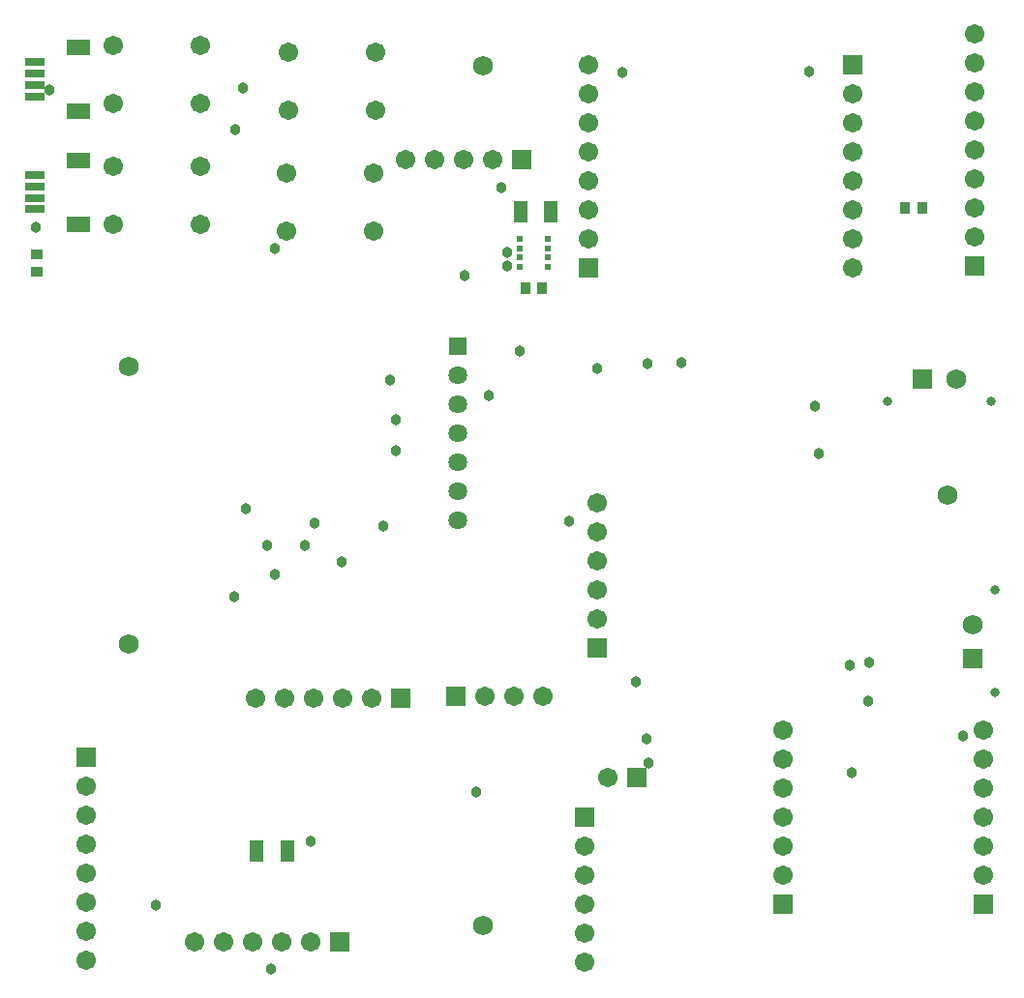
<source format=gbs>
G04*
G04 #@! TF.GenerationSoftware,Altium Limited,Altium Designer,22.2.1 (43)*
G04*
G04 Layer_Color=16711935*
%FSLAX25Y25*%
%MOIN*%
G70*
G04*
G04 #@! TF.SameCoordinates,BF82E168-2CF8-4A2D-AB3A-859FEF8C30B5*
G04*
G04*
G04 #@! TF.FilePolarity,Negative*
G04*
G01*
G75*
%ADD34R,0.03556X0.04343*%
%ADD40R,0.04343X0.03556*%
%ADD42R,0.05131X0.07493*%
%ADD43C,0.06706*%
%ADD44R,0.06706X0.06706*%
%ADD45R,0.06706X0.06706*%
%ADD46C,0.03300*%
%ADD47C,0.06824*%
%ADD48R,0.06824X0.06824*%
%ADD49C,0.06410*%
%ADD50R,0.06410X0.06410*%
%ADD51C,0.06800*%
%ADD52R,0.06824X0.06824*%
%ADD53C,0.03800*%
%ADD73R,0.07887X0.05524*%
%ADD74R,0.06902X0.03162*%
%ADD75R,0.02375X0.02375*%
D34*
X311305Y-72700D02*
D03*
X305400D02*
D03*
X174600Y-100300D02*
D03*
X180506D02*
D03*
D40*
X6500Y-88747D02*
D03*
Y-94653D02*
D03*
D42*
X172885Y-74000D02*
D03*
X183515D02*
D03*
X92800Y-294500D02*
D03*
X82170D02*
D03*
D43*
X287200Y-93500D02*
D03*
Y-83500D02*
D03*
Y-73500D02*
D03*
Y-63500D02*
D03*
Y-53500D02*
D03*
Y-43500D02*
D03*
Y-33500D02*
D03*
X332500Y-252770D02*
D03*
Y-262770D02*
D03*
Y-272770D02*
D03*
Y-282770D02*
D03*
Y-302770D02*
D03*
Y-292770D02*
D03*
X163400Y-56100D02*
D03*
X153400D02*
D03*
X143400D02*
D03*
X133400D02*
D03*
X199300Y-174500D02*
D03*
Y-184500D02*
D03*
Y-194500D02*
D03*
Y-204500D02*
D03*
Y-214500D02*
D03*
X92900Y-39148D02*
D03*
X122900D02*
D03*
X92900Y-19148D02*
D03*
X122900D02*
D03*
X329300Y-72700D02*
D03*
Y-62700D02*
D03*
Y-52700D02*
D03*
Y-42700D02*
D03*
Y-32700D02*
D03*
Y-22700D02*
D03*
Y-12700D02*
D03*
Y-82700D02*
D03*
X196400Y-83500D02*
D03*
Y-73500D02*
D03*
Y-63500D02*
D03*
Y-53500D02*
D03*
Y-43500D02*
D03*
Y-33500D02*
D03*
Y-23500D02*
D03*
X23500Y-272200D02*
D03*
Y-282200D02*
D03*
Y-292200D02*
D03*
Y-302200D02*
D03*
Y-312200D02*
D03*
Y-322200D02*
D03*
Y-332200D02*
D03*
X263300Y-252770D02*
D03*
Y-262770D02*
D03*
Y-272770D02*
D03*
Y-282770D02*
D03*
Y-302770D02*
D03*
Y-292770D02*
D03*
X100800Y-325800D02*
D03*
X90800D02*
D03*
X80800D02*
D03*
X70800D02*
D03*
X60800D02*
D03*
X121600Y-241700D02*
D03*
X111600D02*
D03*
X101600D02*
D03*
X91600D02*
D03*
X81600D02*
D03*
X195100Y-292700D02*
D03*
Y-302700D02*
D03*
Y-312700D02*
D03*
Y-322700D02*
D03*
Y-332700D02*
D03*
X180600Y-241200D02*
D03*
X170600D02*
D03*
X160600D02*
D03*
X203100Y-269000D02*
D03*
X32698Y-36858D02*
D03*
X62698D02*
D03*
X32698Y-16858D02*
D03*
X62698D02*
D03*
X122500Y-60700D02*
D03*
X92500D02*
D03*
X122500Y-80700D02*
D03*
X92500D02*
D03*
X32600Y-78410D02*
D03*
X62600D02*
D03*
X32600Y-58410D02*
D03*
X62600D02*
D03*
D44*
X287200Y-23500D02*
D03*
X332500Y-312770D02*
D03*
X199300Y-224500D02*
D03*
X329300Y-92700D02*
D03*
X196400Y-93500D02*
D03*
X23500Y-262200D02*
D03*
X263300Y-312770D02*
D03*
X195100Y-282700D02*
D03*
D45*
X173400Y-56100D02*
D03*
X110800Y-325800D02*
D03*
X131600Y-241700D02*
D03*
X150600Y-241200D02*
D03*
X213100Y-269000D02*
D03*
D46*
X334911Y-139316D02*
D03*
X299478D02*
D03*
X336316Y-204478D02*
D03*
Y-239911D02*
D03*
D47*
X323100Y-131600D02*
D03*
X328600Y-216289D02*
D03*
D48*
X311289Y-131600D02*
D03*
D49*
X151500Y-180467D02*
D03*
Y-170467D02*
D03*
Y-160467D02*
D03*
Y-150467D02*
D03*
Y-140467D02*
D03*
Y-130467D02*
D03*
D50*
Y-120467D02*
D03*
D51*
X38100Y-223000D02*
D03*
X160000Y-320000D02*
D03*
Y-23700D02*
D03*
X319900Y-171800D02*
D03*
X38100Y-127400D02*
D03*
D52*
X328600Y-228100D02*
D03*
D53*
X216400Y-255800D02*
D03*
X217150Y-264257D02*
D03*
X216592Y-126406D02*
D03*
X199250Y-128200D02*
D03*
X292812Y-242912D02*
D03*
X293057Y-229566D02*
D03*
X286200Y-230400D02*
D03*
X274243Y-140943D02*
D03*
X172618Y-122018D02*
D03*
X10650Y-31960D02*
D03*
X125600Y-182500D02*
D03*
X168300Y-88100D02*
D03*
X168500Y-92800D02*
D03*
X153700Y-96100D02*
D03*
X166300Y-65600D02*
D03*
X77300Y-31400D02*
D03*
X286900Y-267300D02*
D03*
X6000Y-79300D02*
D03*
X189600Y-180800D02*
D03*
X128000Y-132200D02*
D03*
X98600Y-189200D02*
D03*
X85846D02*
D03*
X111300Y-194900D02*
D03*
X212700Y-236100D02*
D03*
X157700Y-274000D02*
D03*
X74200Y-206800D02*
D03*
X101900Y-181400D02*
D03*
X88400Y-199000D02*
D03*
X228300Y-126100D02*
D03*
X325300Y-254700D02*
D03*
X275600Y-157300D02*
D03*
X272200Y-25800D02*
D03*
X208100Y-26200D02*
D03*
X162000Y-137500D02*
D03*
X74700Y-45800D02*
D03*
X78300Y-176400D02*
D03*
X100600Y-291200D02*
D03*
X47400Y-313100D02*
D03*
X87000Y-335000D02*
D03*
X129900Y-156500D02*
D03*
Y-145800D02*
D03*
X88200Y-86900D02*
D03*
D73*
X20800Y-78347D02*
D03*
Y-56300D02*
D03*
Y-17353D02*
D03*
Y-39400D02*
D03*
D74*
X5544Y-61418D02*
D03*
Y-65355D02*
D03*
Y-69292D02*
D03*
Y-73229D02*
D03*
Y-34282D02*
D03*
Y-30345D02*
D03*
Y-26408D02*
D03*
Y-22471D02*
D03*
D75*
X172800Y-83500D02*
D03*
Y-86650D02*
D03*
Y-89799D02*
D03*
Y-92949D02*
D03*
X182249D02*
D03*
Y-89799D02*
D03*
Y-86650D02*
D03*
Y-83500D02*
D03*
M02*

</source>
